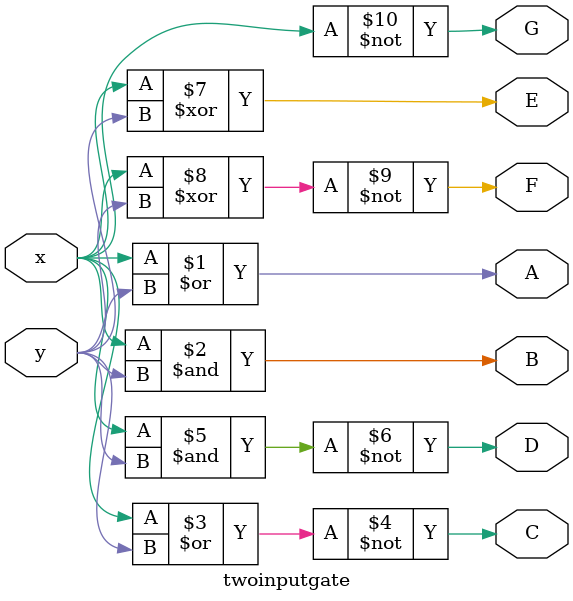
<source format=v>
module twoinputgate(x,y,A,B,C,D,E,F,G);
input x,y;
output A,B,C,D,E,F,G;
or ol(A,x,y);
and al(B,x,y);
nor nol(C,x,y);
nand nal(D,x,y);
xor xl(E,x,y);
xnor nxl(F,x,y);
not nl(G,x);
endmodule
</source>
